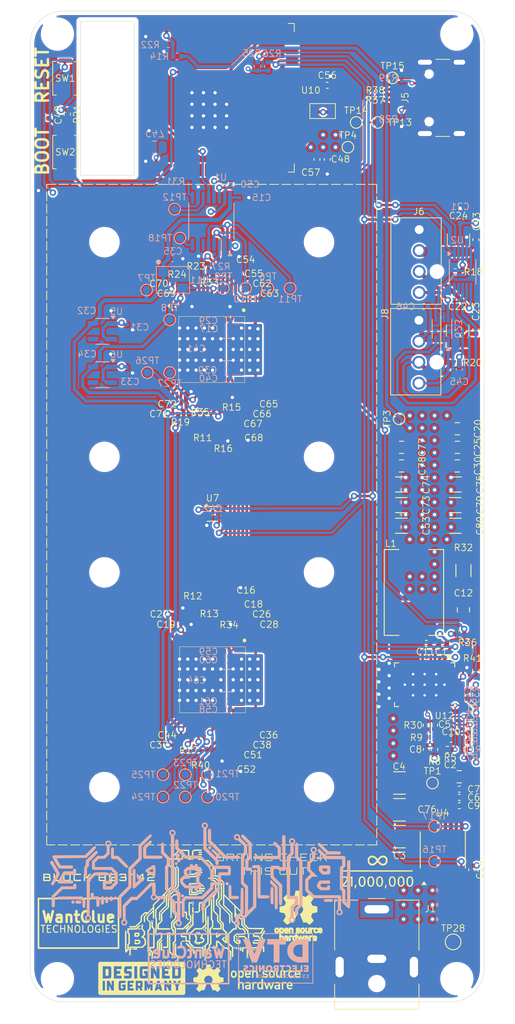
<source format=kicad_pcb>
(kicad_pcb
	(version 20240108)
	(generator "pcbnew")
	(generator_version "8.0")
	(general
		(thickness 1.6)
		(legacy_teardrops no)
	)
	(paper "A4")
	(layers
		(0 "F.Cu" signal)
		(1 "In1.Cu" power)
		(2 "In2.Cu" jumper)
		(3 "In3.Cu" jumper)
		(4 "In4.Cu" power)
		(31 "B.Cu" signal)
		(32 "B.Adhes" user "B.Adhesive")
		(33 "F.Adhes" user "F.Adhesive")
		(34 "B.Paste" user)
		(35 "F.Paste" user)
		(36 "B.SilkS" user "B.Silkscreen")
		(37 "F.SilkS" user "F.Silkscreen")
		(38 "B.Mask" user)
		(39 "F.Mask" user)
		(40 "Dwgs.User" user "User.Drawings")
		(41 "Cmts.User" user "User.Comments")
		(42 "Eco1.User" user "User.Eco1")
		(43 "Eco2.User" user "User.Eco2")
		(44 "Edge.Cuts" user)
		(45 "Margin" user)
		(46 "B.CrtYd" user "B.Courtyard")
		(47 "F.CrtYd" user "F.Courtyard")
		(48 "B.Fab" user)
		(49 "F.Fab" user)
		(50 "User.1" user)
		(51 "User.2" user)
		(52 "User.3" user)
		(53 "User.4" user)
		(54 "User.5" user)
		(55 "User.6" user)
		(56 "User.7" user)
		(57 "User.8" user)
		(58 "User.9" user)
	)
	(setup
		(stackup
			(layer "F.SilkS"
				(type "Top Silk Screen")
			)
			(layer "F.Paste"
				(type "Top Solder Paste")
			)
			(layer "F.Mask"
				(type "Top Solder Mask")
				(thickness 0.01)
			)
			(layer "F.Cu"
				(type "copper")
				(thickness 0.035)
			)
			(layer "dielectric 1"
				(type "prepreg")
				(thickness 0.1)
				(material "FR4")
				(epsilon_r 4.5)
				(loss_tangent 0.02)
			)
			(layer "In1.Cu"
				(type "copper")
				(thickness 0.035)
			)
			(layer "dielectric 2"
				(type "core")
				(thickness 0.535)
				(material "FR4")
				(epsilon_r 4.5)
				(loss_tangent 0.02)
			)
			(layer "In2.Cu"
				(type "copper")
				(thickness 0.035)
			)
			(layer "dielectric 3"
				(type "prepreg")
				(thickness 0.1)
				(material "FR4")
				(epsilon_r 4.5)
				(loss_tangent 0.02)
			)
			(layer "In3.Cu"
				(type "copper")
				(thickness 0.035)
			)
			(layer "dielectric 4"
				(type "core")
				(thickness 0.535)
				(material "FR4")
				(epsilon_r 4.5)
				(loss_tangent 0.02)
			)
			(layer "In4.Cu"
				(type "copper")
				(thickness 0.035)
			)
			(layer "dielectric 5"
				(type "prepreg")
				(thickness 0.1)
				(material "FR4")
				(epsilon_r 4.5)
				(loss_tangent 0.02)
			)
			(layer "B.Cu"
				(type "copper")
				(thickness 0.035)
			)
			(layer "B.Mask"
				(type "Bottom Solder Mask")
				(thickness 0.01)
			)
			(layer "B.Paste"
				(type "Bottom Solder Paste")
			)
			(layer "B.SilkS"
				(type "Bottom Silk Screen")
			)
			(copper_finish "ENIG")
			(dielectric_constraints no)
		)
		(pad_to_mask_clearance 0)
		(allow_soldermask_bridges_in_footprints no)
		(pcbplotparams
			(layerselection 0x00010fc_ffffffff)
			(plot_on_all_layers_selection 0x0000000_00000000)
			(disableapertmacros no)
			(usegerberextensions no)
			(usegerberattributes yes)
			(usegerberadvancedattributes yes)
			(creategerberjobfile no)
			(dashed_line_dash_ratio 12.000000)
			(dashed_line_gap_ratio 3.000000)
			(svgprecision 4)
			(plotframeref no)
			(viasonmask no)
			(mode 1)
			(useauxorigin no)
			(hpglpennumber 1)
			(hpglpenspeed 20)
			(hpglpendiameter 15.000000)
			(pdf_front_fp_property_popups yes)
			(pdf_back_fp_property_popups yes)
			(dxfpolygonmode yes)
			(dxfimperialunits yes)
			(dxfusepcbnewfont yes)
			(psnegative no)
			(psa4output no)
			(plotreference yes)
			(plotvalue no)
			(plotfptext yes)
			(plotinvisibletext no)
			(sketchpadsonfab no)
			(subtractmaskfromsilk yes)
			(outputformat 1)
			(mirror no)
			(drillshape 0)
			(scaleselection 1)
			(outputdirectory "../gerber/")
		)
	)
	(net 0 "")
	(net 1 "GND")
	(net 2 "/5V")
	(net 3 "VDD")
	(net 4 "unconnected-(U8-GPIO9{slash}TOUCH9{slash}ADC1_CH8{slash}FSPIHD{slash}SUBSPIHD-Pad17)")
	(net 5 "/Domain/0V8")
	(net 6 "/ESP32/USB_D-")
	(net 7 "/ESP32/USB_D+")
	(net 8 "unconnected-(J5-SBU2-PadB8)")
	(net 9 "Net-(J5-D+-PadA6)")
	(net 10 "Net-(J5-D--PadA7)")
	(net 11 "unconnected-(J5-SBU1-PadA8)")
	(net 12 "Net-(J5-CC1)")
	(net 13 "Net-(J5-CC2)")
	(net 14 "/ESP32/IO0")
	(net 15 "unconnected-(U3-PIN_MODE-Pad19)")
	(net 16 "/Domain/1V2")
	(net 17 "/Power/AGND")
	(net 18 "Net-(U3-LITE_PAD)")
	(net 19 "Net-(J5-VBUS-PadA4)")
	(net 20 "Net-(U3-CI)")
	(net 21 "Net-(U12-DRTN)")
	(net 22 "Net-(U3-RI)")
	(net 23 "Net-(U3-BI)")
	(net 24 "Net-(U3-ROSC_SEL)")
	(net 25 "Net-(U12-BP1V5)")
	(net 26 "Net-(U12-AVIN)")
	(net 27 "Net-(U12-EN{slash}UVLO)")
	(net 28 "Net-(U12-VDD5)")
	(net 29 "/Power/SW")
	(net 30 "Net-(C12-Pad1)")
	(net 31 "Net-(U12-BOOT)")
	(net 32 "/Domain/I_BI")
	(net 33 "Net-(U3-RO)")
	(net 34 "Net-(U3-CLKI)")
	(net 35 "Net-(U12-GOSNS)")
	(net 36 "/Domain/NRSTO")
	(net 37 "/Domain/I_RO")
	(net 38 "unconnected-(U5-PG-Pad4)")
	(net 39 "unconnected-(U6-PG-Pad4)")
	(net 40 "Net-(U12-VOSNS)")
	(net 41 "unconnected-(U8-*GPIO46-Pad16)")
	(net 42 "unconnected-(U8-GPIO4{slash}TOUCH4{slash}ADC1_CH3-Pad4)")
	(net 43 "unconnected-(U8-GPIO5{slash}TOUCH5{slash}ADC1_CH4-Pad5)")
	(net 44 "unconnected-(U8-*GPIO45-Pad26)")
	(net 45 "/Domain/CLKI")
	(net 46 "Net-(U9-VDD1_0)")
	(net 47 "unconnected-(U8-U0RXD{slash}GPIO44{slash}CLK_OUT2-Pad36)")
	(net 48 "unconnected-(U8-GPIO21-Pad23)")
	(net 49 "unconnected-(U10-NC-Pad4)")
	(net 50 "unconnected-(U8-U0TXD{slash}GPIO43{slash}CLK_OUT1-Pad37)")
	(net 51 "Net-(U9-VDD2_0)")
	(net 52 "/TX")
	(net 53 "/RX")
	(net 54 "/RST")
	(net 55 "Net-(U9-VDD3_0)")
	(net 56 "Net-(U9-VDD3_1)")
	(net 57 "Net-(U9-VDD2_1)")
	(net 58 "Net-(U9-VDD1_1)")
	(net 59 "/Domain/I_CI")
	(net 60 "/Domain/I_NRSTI")
	(net 61 "Net-(U12-MSEL1)")
	(net 62 "/Power/INA_ALERT")
	(net 63 "unconnected-(U4-NC-Pad13)")
	(net 64 "unconnected-(U8-GPIO14{slash}TOUCH14{slash}ADC2_CH3{slash}FSPIWP{slash}FSPIDQS{slash}SUBSPIWP-Pad22)")
	(net 65 "Net-(U3-VDD1_0)")
	(net 66 "Net-(U3-VDD2_0)")
	(net 67 "/ESP32/VDD_SAMPLE_0")
	(net 68 "Net-(U3-VDD3_0)")
	(net 69 "Net-(U3-VDD3_1)")
	(net 70 "Net-(U3-VDD2_1)")
	(net 71 "unconnected-(U7-ALERT-Pad3)")
	(net 72 "/Fan/FAN1_TACH")
	(net 73 "/Fan/FAN1_PWM")
	(net 74 "/Fan/FAN2_TACH")
	(net 75 "/Fan/FAN2_PWM")
	(net 76 "unconnected-(U2-*ALERT-Pad10)")
	(net 77 "unconnected-(U2-CLK-Pad9)")
	(net 78 "Net-(U3-VDD1_1)")
	(net 79 "Net-(U12-MSEL2)")
	(net 80 "Net-(U12-ADRSEL)")
	(net 81 "Net-(U12-VSEL)")
	(net 82 "Net-(U9-CO)")
	(net 83 "Net-(U9-RI)")
	(net 84 "Net-(U3-NRSTI)")
	(net 85 "/SCL")
	(net 86 "/SDA")
	(net 87 "Net-(U9-BO)")
	(net 88 "unconnected-(U8-GPIO7{slash}TOUCH7{slash}ADC1_CH6-Pad7)")
	(net 89 "/PWR_EN")
	(net 90 "unconnected-(U8-GPIO15{slash}U0RTS{slash}ADC2_CH4{slash}XTAL_32K_P-Pad8)")
	(net 91 "unconnected-(U8-GPIO10{slash}TOUCH10{slash}ADC1_CH9{slash}FSPICS0{slash}FSPIIO4{slash}SUBSPICS0-Pad18)")
	(net 92 "unconnected-(U8-SPIIO6{slash}GPIO35{slash}FSPID{slash}SUBSPID-Pad28)")
	(net 93 "unconnected-(U8-SPIDQS{slash}GPIO37{slash}FSPIQ{slash}SUBSPIQ-Pad30)")
	(net 94 "unconnected-(U8-GPIO38{slash}FSPIWP{slash}SUBSPIWP-Pad31)")
	(net 95 "unconnected-(U8-SPIIO7{slash}GPIO36{slash}FSPICLK{slash}SUBSPICLK-Pad29)")
	(net 96 "Net-(U9-ROSC_SEL)")
	(net 97 "unconnected-(U3-INV_CLKO-Pad12)")
	(net 98 "unconnected-(U8-GPIO13{slash}TOUCH13{slash}ADC2_CH2{slash}FSPIQ{slash}FSPIIO7{slash}SUBSPIQ-Pad21)")
	(net 99 "unconnected-(U8-GPIO11{slash}TOUCH11{slash}ADC2_CH0{slash}FSPID{slash}FSPIIO5{slash}SUBSPID-Pad19)")
	(net 100 "unconnected-(U8-GPIO12{slash}TOUCH12{slash}ADC2_CH1{slash}FSPICLK{slash}FSPIIO6{slash}SUBSPICLK-Pad20)")
	(net 101 "/ESP32/EN")
	(net 102 "unconnected-(U8-GPIO6{slash}TOUCH6{slash}ADC1_CH5-Pad6)")
	(net 103 "Net-(U3-CO)")
	(net 104 "Net-(U3-CLKO)")
	(net 105 "/Fan/PWM2")
	(net 106 "/Fan/PWM1")
	(net 107 "Net-(U3-BO)")
	(net 108 "Net-(U3-TEMP_N)")
	(net 109 "3V3")
	(net 110 "Net-(U3-TEMP_P)")
	(net 111 "Net-(U1-A1)")
	(net 112 "Net-(U1-OE)")
	(net 113 "Net-(U9-LITE_PAD)")
	(net 114 "Net-(U9-CLKO)")
	(net 115 "+5V")
	(net 116 "Net-(U1-B4)")
	(net 117 "/Power/PGOOD")
	(net 118 "/Power/PMB_ALRT")
	(net 119 "unconnected-(U8-MTDI{slash}GPIO41{slash}CLK_OUT1-Pad34)")
	(net 120 "unconnected-(U8-MTMS{slash}GPIO42-Pad35)")
	(net 121 "unconnected-(U8-MTCK{slash}GPIO39{slash}CLK_OUT3{slash}SUBSPICS1-Pad32)")
	(net 122 "unconnected-(U8-MTDO{slash}GPIO40{slash}CLK_OUT2-Pad33)")
	(net 123 "Net-(U1-DIR4)")
	(net 124 "Net-(U9-TEMP_N)")
	(net 125 "Net-(U9-TEMP_P)")
	(net 126 "unconnected-(U1-A4-Pad6)")
	(net 127 "unconnected-(U9-PIN_MODE-Pad19)")
	(net 128 "unconnected-(U9-INV_CLKO-Pad12)")
	(net 129 "unconnected-(U12-BCX_CLK-Pad39)")
	(net 130 "unconnected-(U12-NC-Pad36)")
	(net 131 "unconnected-(U12-SYNC-Pad38)")
	(net 132 "unconnected-(U12-BCX_DAT-Pad40)")
	(net 133 "unconnected-(U12-VSHARE-Pad35)")
	(footprint "BitForgeNano:C_0402_1005Metric" (layer "F.Cu") (at 81 63.98 -90))
	(footprint "BitForgeNano:TSSOP-16_4.4x5mm_P0.65mm" (layer "F.Cu") (at 95 147.62 90))
	(footprint "BitForgeNano:MountingHole_3.2mm_M3_ISO14580" (layer "F.Cu") (at 54 140 180))
	(footprint "Capacitor_SMD:C_0402_1005Metric" (layer "F.Cu") (at 97 141.25))
	(footprint "Capacitor_SMD:C_0402_1005Metric" (layer "F.Cu") (at 97 140.25))
	(footprint "BitForgeNano:" (layer "F.Cu") (at 48.3 163.200011 90))
	(footprint "BitForgeNano:R_0201_0603Metric" (layer "F.Cu") (at 66.6 76.9125 -90))
	(footprint "BitForgeNano:R_0201_0603Metric" (layer "F.Cu") (at 89 55.5))
	(footprint "BitForgeNano:MountingHole_3.2mm_M3_ISO14580" (layer "F.Cu") (at 54 114 180))
	(footprint "BitForgeNano:MountingHole_3.2mm_M3_ISO14580" (layer "F.Cu") (at 80 100 180))
	(footprint "BitForgeNano:C_0201_0603Metric" (layer "F.Cu") (at 72 133.7 180))
	(footprint "Resistor_SMD:R_0402_1005Metric" (layer "F.Cu") (at 98.54 131.45 180))
	(footprint "BitForgeNano:USB_C_Receptacle_GCT_USB4105-xx-A_16P_TopMnt_Horizontal" (layer "F.Cu") (at 95.935 56.525 90))
	(footprint "Resistor_SMD:R_0402_1005Metric" (layer "F.Cu") (at 93 132.51 90))
	(footprint "Capacitor_SMD:C_0805_2012Metric" (layer "F.Cu") (at 90 98.85 180))
	(footprint "BitForgeNano:BarrelJack_CUI_PJ-063AH_Horizontal" (layer "F.Cu") (at 87 154.8))
	(footprint "BitForgeNano:C_0201_0603Metric" (layer "F.Cu") (at 69.6 116.155 -90))
	(footprint "BitForgeNano:C_0201_0603Metric" (layer "F.Cu") (at 70.1 117.855))
	(footprint "BitForgeNano:470531000" (layer "F.Cu") (at 92.1 83.46 -90))
	(footprint "Resistor_SMD:R_0402_1005Metric" (layer "F.Cu") (at 97.1 121.45 180))
	(footprint "Capacitor_SMD:C_1206_3216Metric" (layer "F.Cu") (at 96.525 108.35))
	(footprint "BitForgeNano:C_0201_0603Metric" (layer "F.Cu") (at 71.1 79.0125))
	(footprint "BitForgeNano:C_0201_0603Metric" (layer "F.Cu") (at 71.1 94.8 180))
	(footprint "BitForgeNano:" (layer "F.Cu") (at 96.7 163.200011 90))
	(footprint "BitForgeNano:C_0201_0603Metric" (layer "F.Cu") (at 70.1 136.1 180))
	(footprint "BitForgeNano:C_0201_0603Metric" (layer "F.Cu") (at 70.5 97.7 -90))
	(footprint "BitForgeNano:C_0201_0603Metric" (layer "F.Cu") (at 72 80.2125))
	(footprint "BitForgeNano:C_0201_0603Metric" (layer "F.Cu") (at 69.6 76.1125 -90))
	(footprint "Resistor_SMD:R_0402_1005Metric" (layer "F.Cu") (at 94 135.44 -90))
	(footprint "LOGO" (layer "F.Cu") (at 71.25 163.25))
	(footprint "Resistor_SMD:R_0402_1005Metric" (layer "F.Cu") (at 98.54 136.45))
	(footprint "BitForgeNano:C_0201_0603Metric"
		(layer "F.Cu")
		(uuid "3afad5ae-a616-4b5f-99a0-76fec5d05003")
		(at 63.58 80.2125)
		(descr "Capacitor SMD 0201 (0603 Metric), square (rectangular) end terminal, IPC_7351 nominal, (Body size source: https://www.vishay.com/docs/20052/crcw0201e3.pdf), generated with kicad-footprint-generator")
		(tags "capacitor")
		(property "Reference" "C69"
			(at -2.08 0 0)
			(unlocked yes)
			(layer "F.SilkS")
			(uuid "92e7aee9-949a-496c-9934-3de404d29f4c")
			(effects
				(font
					(size 0.8 0.8)
					(thickness 0.1)
				)
			)
		)
		(property "Value" "1uF"
			(at 0 1.05 0)
			(layer "F.Fab")
			(uuid "bf79616b-7517-49e5-b8a8-969b1cfcc62d")
			(effects
				(font
					(size 1 1)
					(thickness 0.15)
				)
			)
		)
		(property "Footprint" "BitForgeNano:C_0201_0603Metric"
			(at 0 0 0)
			(unlocked yes)
			(layer "F.Fab")
			(hide yes)
			(uuid "dcf8630c-927d-42b1-a6c4-1556af757d47")
			(effects
				(font
					(size 1.27 1.27)
					(thickness 0.15)
				)
			)
		)
		(property "Datasheet" ""
			(at 0 0 0)
			(unlocked yes)
			(layer "F.Fab")
			(hide yes)
			(uuid "ea3eebe1-035f-4702-a778-815b185f3178")
			(effects
				(font
					(size 1.27 1.27)
					(thickness 0.15)
				)
			)
		)
		(property "Description" "MEASE063BB5105MF1B33"
			(at 0 0 0)
			(unlocked yes)
			(layer "F.Fab")
			(hide yes)
			(uuid "a5005219-e496-481b-8567-19a49021b99a")
			(effects
				(font
					(size 1.27 1.27)
					(thickness 0.15)
				)
			)
		)
		(property "DK" "587-MEASE063BB5105MF1B33CT-ND"
			(at 0 0 0)
			(unlocked yes)
			(layer "F.Fab")
			(hide yes)
			(uuid "991ea693-d088-4e9c-acb9-4ace6e7262db")
			(effects
				(font
					(size 1 1)
					(thickness 0.15)
				)
			)
		)
		(property "PARTNO" "EMK105BJ105MV-F"
			(at 0 0 0)
			(unlocked yes)
			(layer "F.Fab")
			(hide yes)
			(uuid "39060efc-880d-4487-b01f-ce8504fa7dee")
			(effects
				(font
					(size 1 1)
					(thickness 0.15)
				)
			)
		)
		(property "Feld6" ""
			(at 0 0 0)
			(unlocked yes)
			(layer "F.Fab")
			(hide yes)
			(uuid "b5e69327-5cfb-4877-a01a-386ab37c2095")
			(effects
				(font
					(size 1 1)
					(thickness 0.15)
				)
			)
		)
		(property "HEIGHT" ""
			(at 0 0 0)
			(unlocked yes)
			(layer "F.Fab")
			(hide yes)
			(uuid "a3617b9d-3173-4f00-ac5e-766ba6d5dff6")
			(effects
				(font
					(size 1 1)
					(thickness 0.15)
				)
			)
		)
		(property "MAXIMUM_PACKAGE_HEIGHT" ""
			(at 0 0 0)
			(unlocked yes)
			(layer "F.Fab")
			(hide yes)
			(uuid "5c52a84d-c27f-42a3-9112-888a6663bf15")
			(effects
				(font
					(size 1 1)
					(thickness 0.15)
				)
			)
		)
		(property "MANUFACTURER" ""
			(at 0 0 0)
			(unlocked yes)
			(layer "F.Fab")
			(hide yes)
			(uuid "439370e0-6029-4abc-b13f-5d5d778c231c")
			(effects
				(font
					(size 1 1)
					(thickness 0.15)
				)
			)
		)
		(property "PARTREV" ""
			(at 0 0 0)
			(unlocked yes)
			(layer "F.Fab")
			(hide yes)
			(uuid "8ec1ef8d-d952-49b2-9cb9-2590bd105ebd")
			(effects
				(font
					(size 1 1)
					(thickness 0.15)
				)
			)
		)
		(property "STANDARD" ""
			(at 0 0 0)
			(unlocked yes)
			(layer "F.Fab")
			(hide yes)
			(uuid "1f5347ec-201d-47ac-a2fd-1e95fcb1198a")
			(effects
				(font
					(size 1 1)
					(thickness 0.15)
				)
			)
		)
		(property ki_fp_filters "C_*")
		(path "/4c7d3595-11c1-474c-ad04-bf2c1f211153/82bf2cea-9d73-49f7-b0ca-bac55d325e0f")
		(sheetname "Domain")
		(sheetfile "Domain.kicad_sch")
		(attr smd)
		(fp_line
			(start -0.7 -0.35)
			(end 0.7 -0.35)
			(stroke
				(width 0.05)
				(type solid)
			)
			(layer "F.CrtYd")
			(uuid "2cd70ad9-dddd-44f5-a0b1-d2ad471e6be3")
		)
		(fp_line
			(start -0.7 0.35)
			(end -0.7 -0.35)
			(stroke
				(width 0.05)
				(
... [3789708 chars truncated]
</source>
